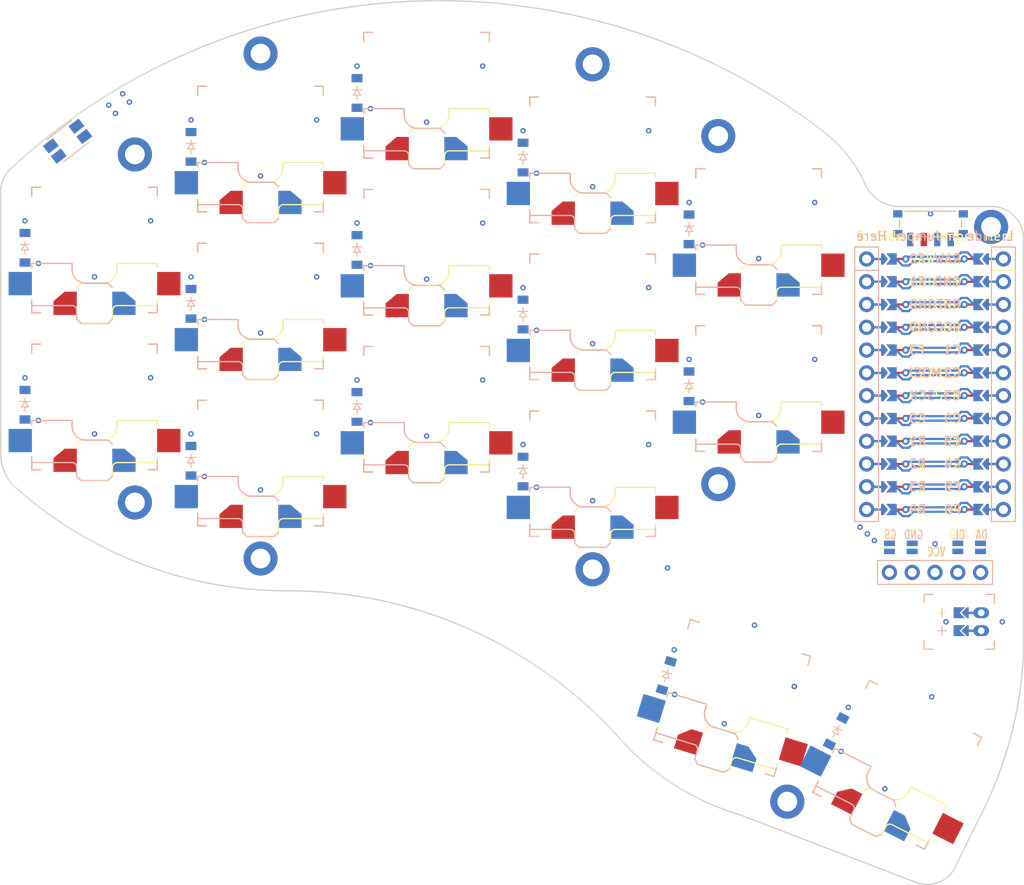
<source format=kicad_pcb>
(kicad_pcb (version 20221018) (generator pcbnew)
  (title_block (title "snak") (rev "0.2.1") (company "JackMatanky"))
  (layers (0 "F.Cu" signal) (31 "B.Cu" signal) (34 "B.Paste" user) (35 "F.Paste" user) (36 "B.SilkS" user "B.Silkscreen") (37 "F.SilkS" user "F.Silkscreen") (38 "B.Mask" user) (39 "F.Mask" user) (44 "Edge.Cuts" user))
  (net 0 "")
  (net 1 "C1")
  (net 2 "pinky_mid")
  (net 3 "pinky_top")
  (net 4 "ring_bot")
  (net 5 "C2")
  (net 6 "ring_mid")
  (net 7 "ring_top")
  (net 8 "middle_bot")
  (net 9 "C3")
  (net 10 "middle_mid")
  (net 11 "middle_top")
  (net 12 "index_bot")
  (net 13 "C4")
  (net 14 "index_mid")
  (net 15 "index_top")
  (net 16 "C5")
  (net 17 "inner_mid")
  (net 18 "inner_top")
  (net 19 "out_home")
  (net 20 "in_home")
  (net 21 "R2")
  (net 22 "R1")
  (net 23 "R3")
  (net 24 "R4")
  (net 25 "RAW")
  (net 26 "GND")
  (net 27 "RST")
  (net 28 "VCC")
  (net 29 "F4")
  (net 30 "F5")
  (net 31 "F6")
  (net 32 "F2")
  (net 33 "F1")
  (net 34 "F3")
  (net 35 "MOSI")
  (net 36 "SCK")
  (net 37 "CS")
  (net 38 "MCU1_24")
  (net 39 "MCU1_1")
  (net 40 "MCU1_23")
  (net 41 "MCU1_2")
  (net 42 "MCU1_22")
  (net 43 "MCU1_3")
  (net 44 "MCU1_21")
  (net 45 "MCU1_4")
  (net 46 "MCU1_20")
  (net 47 "MCU1_5")
  (net 48 "MCU1_19")
  (net 49 "MCU1_6")
  (net 50 "MCU1_18")
  (net 51 "MCU1_7")
  (net 52 "MCU1_17")
  (net 53 "MCU1_8")
  (net 54 "MCU1_16")
  (net 55 "MCU1_9")
  (net 56 "MCU1_15")
  (net 57 "MCU1_10")
  (net 58 "MCU1_14")
  (net 59 "MCU1_11")
  (net 60 "MCU1_13")
  (net 61 "MCU1_12")
  (net 62 "DISP1_1")
  (net 63 "DISP1_2")
  (net 64 "DISP1_4")
  (net 65 "DISP1_5")
  (net 66 "pos")
  (net 67 "JST1_1")
  (net 68 "JST1_2")
  (footprint "ComboDiode" (layer "F.Cu") (at 147.75 89.7 -90)
    (fp_text reference "D9" hide)
    (fp_text value "" hide)
  )
  (footprint "VIA-0.6mm" (layer "F.Cu") (at 193.15 60.9625 90)
    (fp_text reference "REF**" hide)
    (fp_text value "VIA-0.6mm" hide)
  )
  (footprint "VIA-0.6mm" (layer "F.Cu") (at 155.5 92.95)
    (fp_text reference "REF**" hide)
    (fp_text value "VIA-0.6mm" hide)
  )
  (footprint "mounting_hole" (layer "F.Cu") (at 177.191381 126.500257 -17)
    (fp_text reference "H9" hide)
    (fp_text value "")
  )
  (footprint "PG1350" (layer "F.Cu") (at 100 82.5 180)
    (fp_text reference "S1" hide)
    (fp_text value "")
  )
  (footprint "mounting_hole" (layer "F.Cu") (at 104.5 54.35)
    (fp_text reference "H1" hide)
    (fp_text value "")
  )
  (footprint "VIA-0.6mm" (layer "F.Cu") (at 124.75 85.5)
    (fp_text reference "REF**" hide)
    (fp_text value "VIA-0.6mm" hide)
  )
  (footprint "VIA-0.6mm" (layer "F.Cu") (at 124.75 68)
    (fp_text reference "REF**" hide)
    (fp_text value "VIA-0.6mm" hide)
  )
  (footprint "VIA-0.6mm" (layer "F.Cu") (at 174 65.95)
    (fp_text reference "REF**" hide)
    (fp_text value "VIA-0.6mm" hide)
  )
  (footprint "VIA-0.6mm" (layer "F.Cu") (at 193.284288 114.824319 -27)
    (fp_text reference "REF**" hide)
    (fp_text value "VIA-0.6mm" hide)
  )
  (footprint "VIA-0.6mm" (layer "F.Cu") (at 147.75 51.7)
    (fp_text reference "REF**" hide)
    (fp_text value "VIA-0.6mm" hide)
  )
  (footprint "VIA-0.6mm" (layer "F.Cu") (at 129.25 62)
    (fp_text reference "REF**" hide)
    (fp_text value "VIA-0.6mm" hide)
  )
  (footprint "VIA-0.6mm" (layer "F.Cu") (at 112.25 55.25)
    (fp_text reference "REF**" hide)
    (fp_text value "VIA-0.6mm" hide)
  )
  (footprint "VIA-0.6mm" (layer "F.Cu") (at 161.75 86.7)
    (fp_text reference "REF**" hide)
    (fp_text value "VIA-0.6mm" hide)
  )
  (footprint "VIA-0.6mm" (layer "F.Cu") (at 137 85.75)
    (fp_text reference "REF**" hide)
    (fp_text value "VIA-0.6mm" hide)
  )
  (footprint "VIA-0.6mm" (layer "F.Cu") (at 103.137109 47.589196 129)
    (fp_text reference "REF**" hide)
    (fp_text value "VIA-0.6mm" hide)
  )
  (footprint "VIA-0.6mm" (layer "F.Cu") (at 106.25 61.75)
    (fp_text reference "REF**" hide)
    (fp_text value "VIA-0.6mm" hide)
  )
  (footprint "mounting_hole" (layer "F.Cu") (at 118.5 43.1)
    (fp_text reference "H3" hide)
    (fp_text value "")
  )
  (footprint "ComboDiode" (layer "F.Cu") (at 147.75 54.7 -90)
    (fp_text reference "D11" hide)
    (fp_text value "" hide)
  )
  (footprint "JST_PH_S2B-PH-K" (layer "F.Cu") (at 198.8 106.45 -90)
    (fp_text reference "JST1" hide)
    (fp_text value "")
  )
  (footprint "ComboDiode" (layer "F.Cu") (at 110.75 53.5 -90)
    (fp_text reference "D5" hide)
    (fp_text value "" hide)
  )
  (footprint "PG1350" (layer "F.Cu") (at 174 62.95 180)
    (fp_text reference "S13" hide)
    (fp_text value "")
  )
  (footprint "VIA-0.6mm" (layer "F.Cu") (at 106.25 79.25)
    (fp_text reference "REF**" hide)
    (fp_text value "VIA-0.6mm" hide)
  )
  (footprint "VIA-0.6mm" (layer "F.Cu") (at 143.25 79.5)
    (fp_text reference "REF**" hide)
    (fp_text value "VIA-0.6mm" hide)
  )
  (footprint "mounting_hole" (layer "F.Cu") (at 155.5 44.3)
    (fp_text reference "H5" hide)
    (fp_text value "")
  )
  (footprint "VIA-0.6mm" (layer "F.Cu") (at 149.25 73.95)
    (fp_text reference "REF**" hide)
    (fp_text value "VIA-0.6mm" hide)
  )
  (footprint "VIA-0.6mm" (layer "F.Cu") (at 186.1 96.65)
    (fp_text reference "REF**" hide)
    (fp_text value "VIA-0.6mm" hide)
  )
  (footprint "VIA-0.6mm" (layer "F.Cu") (at 118.5 91.75)
    (fp_text reference "REF**" hide)
    (fp_text value "VIA-0.6mm" hide)
  )
  (footprint "VIA-0.6mm" (layer "F.Cu") (at 124.75 50.5)
    (fp_text reference "REF**" hide)
    (fp_text value "VIA-0.6mm" hide)
  )
  (footprint "VIA-0.6mm" (layer "F.Cu") (at 92.25 79.25)
    (fp_text reference "REF**" hide)
    (fp_text value "VIA-0.6mm" hide)
  )
  (footprint "VIA-0.6mm" (layer "F.Cu") (at 183.995537 115.983677 -27)
    (fp_text reference "REF**" hide)
    (fp_text value "VIA-0.6mm" hide)
  )
  (footprint "mounting_hole" (layer "F.Cu") (at 104.5 93.15)
    (fp_text reference "H2" hide)
    (fp_text value "")
  )
  (footprint "PG1350" (layer "F.Cu") (at 155.5 54.95 180)
    (fp_text reference "S11" hide)
    (fp_text value "")
  )
  (footprint "VIA-0.6mm" (layer "F.Cu") (at 149.25 56.45)
    (fp_text reference "REF**" hide)
    (fp_text value "VIA-0.6mm" hide)
  )
  (footprint "ComboDiode" (layer "F.Cu") (at 92.25 64.75 -90)
    (fp_text reference "D2" hide)
    (fp_text value "" hide)
  )
  (footprint "VIA-0.6mm" (layer "F.Cu") (at 103.886 48.514 129)
    (fp_text reference "REF**" hide)
    (fp_text value "VIA-0.6mm" hide)
  )
  (footprint "VIA-0.6mm" (layer "F.Cu") (at 110.75 68)
    (fp_text reference "REF**" hide)
    (fp_text value "VIA-0.6mm" hide)
  )
  (footprint "VIA-0.6mm" (layer "F.Cu") (at 174 83.45)
    (fp_text reference "REF**" hide)
    (fp_text value "VIA-0.6mm" hide)
  )
  (footprint "VIA-0.6mm" (layer "F.Cu") (at 101.582817 48.847837 129)
    (fp_text reference "REF**" hide)
    (fp_text value "VIA-0.6mm" hide)
  )
  (footprint "mounting_hole" (layer "F.Cu") (at 199.9 62.425)
    (fp_text reference "H10" hide)
    (fp_text value "")
  )
  (footprint "VIA-0.6mm" (layer "F.Cu") (at 161.75 69.2)
    (fp_text reference "REF**" hide)
    (fp_text value "VIA-0.6mm" hide)
  )
  (footprint "VIA-0.6mm" (layer "F.Cu") (at 130.75 49.25)
    (fp_text reference "REF**" hide)
    (fp_text value "VIA-0.6mm" hide)
  )
  (footprint "VIA-0.6mm" (layer "F.Cu") (at 100 68)
    (fp_text reference "REF**" hide)
    (fp_text value "VIA-0.6mm" hide)
  )
  (footprint "PG1350" (layer "F.Cu") (at 137 47.75 180)
    (fp_text reference "S8" hide)
    (fp_text value "")
  )
  (footprint "PG1350" (layer "F.Cu") (at 137 82.75 180)
    (fp_text reference "S6" hide)
    (fp_text value "")
  )
  (footprint "ComboDiode" (layer "F.Cu") (at 166.25 80.2 -90)
    (fp_text reference "D12" hide)
    (fp_text value "" hide)
  )
  (footprint "sw_reset_side" (layer "F.Cu") (at 97 52.87 127.5)
    (fp_text reference "SW2" hide)
    (fp_text value "")
  )
  (footprint "VIA-0.6mm" (layer "F.Cu") (at 112.25 90.25)
    (fp_text reference "REF**" hide)
    (fp_text value "VIA-0.6mm" hide)
  )
  (footprint "VIA-0.6mm" (layer "F.Cu") (at 166.25 59.7)
    (fp_text reference "REF**" hide)
    (fp_text value "VIA-0.6mm" hide)
  )
  (footprint "PG1350" (layer "F.Cu") (at 155.5 89.95 180)
    (fp_text reference "S9" hide)
    (fp_text value "")
  )
  (footprint "VIA-0.6mm" (layer "F.Cu") (at 118.5 74.25)
    (fp_text reference "REF**" hide)
    (fp_text value "VIA-0.6mm" hide)
  )
  (footprint "ComboDiode" (layer "F.Cu") (at 166.25 62.7 -90)
    (fp_text reference "D13" hide)
    (fp_text value "" hide)
  )
  (footprint "power_switch" (layer "F.Cu") (at 193.15 62.1 90)
    (fp_text reference "SW1" hide)
    (fp_text value "")
  )
  (footprint "ComboDiode" (layer "F.Cu") (at 129.25 47.5 -90)
    (fp_text reference "D8" hide)
    (fp_text value "" hide)
  )
  (footprint "VIA-0.6mm" (layer "F.Cu") (at 110.75 85.5)
    (fp_text reference "REF**" hide)
    (fp_text value "VIA-0.6mm" hide)
  )
  (footprint "VIA-0.6mm" (layer "F.Cu") (at 170.172885 117.818914 -17)
    (fp_text reference "REF**" hide)
    (fp_text value "VIA-0.6mm" hide)
  )
  (footprint "VIA-0.6mm" (layer "F.Cu") (at 186.9 97.4)
    (fp_text reference "REF**" hide)
    (fp_text value "VIA-0.6mm" hide)
  )
  (footprint "mounting_hole" (layer "F.Cu") (at 118.5 99.4)
    (fp_text reference "H4" hide)
    (fp_text value "")
  )
  (footprint "VIA-0.6mm" (layer "F.Cu") (at 155.5 75.45)
    (fp_text reference "REF**" hide)
    (fp_text value "VIA-0.6mm" hide)
  )
  (footprint "VIA-0.6mm" (layer "F.Cu") (at 155.5 57.95)
    (fp_text reference "REF**" hide)
    (fp_text value "VIA-0.6mm" hide)
  )
  (footprint "ComboDiode" (layer "F.Cu") (at 147.75 72.2 -90)
    (fp_text reference "D10" hide)
    (fp_text value "" hide)
  )
  (footprint "PG1350" (layer "F.Cu") (at 137 65.25 180)
    (fp_text reference "S7" hide)
    (fp_text value "")
  )
  (footprint "PG1350" (layer "F.Cu") (at 118.5 53.75 180)
    (fp_text reference "S5" hide)
    (fp_text value "")
  )
  (footprint "ComboDiode" (layer "F.Cu") (at 110.75 88.5 -90)
    (fp_text reference "D3" hide)
    (fp_text value "" hide)
  )
  (footprint "VIA-0.6mm" (layer "F.Cu") (at 137 68.25)
    (fp_text reference "REF**" hide)
    (fp_text value "VIA-0.6mm" hide)
  )
  (footprint "VIA-0.6mm" (layer "F.Cu") (at 177.977113 113.669333 -17)
    (fp_text reference "REF**" hide)
    (fp_text value "VIA-0.6mm" hide)
  )
  (footprint "mounting_hole" (layer "F.Cu") (at 169.5 52.3)
    (fp_text reference "H7" hide)
    (fp_text value "")
  )
  (footprint "VIA-0.6mm" (layer "F.Cu") (at 167.75 64.45)
    (fp_text reference "REF**" hide)
    (fp_text value "VIA-0.6mm" hide)
  )
  (footprint "mounting_hole" (layer "F.Cu") (at 169.5 91.1)
    (fp_text reference "H8" hide)
    (fp_text value "")
  )
  (footprint "VIA-0.6mm" (layer "F.Cu") (at 173.53516 106.82141 -17)
    (fp_text reference "REF**" hide)
    (fp_text value "VIA-0.6mm" hide)
  )
  (footprint "VIA-0.6mm" (layer "F.Cu") (at 149.25 91.45)
    (fp_text reference "REF**" hide)
    (fp_text value "VIA-0.6mm" hide)
  )
  (footprint "VIA-0.6mm" (layer "F.Cu") (at 130.75 66.75)
    (fp_text reference "REF**" hide)
    (fp_text value "VIA-0.6mm" hide)
  )
  (footprint "VIA-0.6mm" (layer "F.Cu") (at 167.75 81.95)
    (fp_text reference "REF**" hide)
    (fp_text value "VIA-0.6mm" hide)
  )
  (footprint "PG1350" (layer "F.Cu") (at 174 80.45 180)
    (fp_text reference "S12" hide)
    (fp_text value "")
  )
  (footprint "VIA-0.6mm" (layer "F.Cu") (at 147.75 86.7)
    (fp_text reference "REF**" hide)
    (fp_text value "VIA-0.6mm" hide)
  )
  (footprint "ComboDiode" (layer "F.Cu") (at 129.25 65 -90)
    (fp_text reference "D7" hide)
    (fp_text value "" hide)
  )
  (footprint "PG1350" (layer "F.Cu") (at 100 65 180)
    (fp_text reference "S2" hide)
    (fp_text value "")
  )
  (footprint "VIA-0.6mm" (layer "F.Cu") (at 166.25 77.2)
    (fp_text reference "REF**" hide)
    (fp_text value "VIA-0.6mm" hide)
  )
  (footprint "VIA-0.6mm" (layer "F.Cu") (at 164.634538 114.557134 -17)
    (fp_text reference "REF**" hide)
    (fp_text value "VIA-0.6mm" hide)
  )
  (footprint "VIA-0.6mm" (layer "F.Cu") (at 194.875 106.45 -90)
    (fp_text reference "REF**" hide)
    (fp_text value "VIA-0.6mm" hide)
  )
  (footprint "VIA-0.6mm" (layer "F.Cu") (at 129.25 44.5)
    (fp_text reference "REF**" hide)
    (fp_text value "VIA-0.6mm" hide)
  )
  (footprint "nice_nano" (layer "F.Cu") (at 193.65 78.7)
    (fp_text reference "MCU1" hide)
    (fp_text value "")
  )
  (footprint "VIA-0.6mm" (layer "F.Cu") (at 118.5 56.75)
    (fp_text reference "REF**" hide)
    (fp_text value "VIA-0.6mm" hide)
  )
  (footprint "VIA-0.6mm" (layer "F.Cu") (at 163.85 100.45)
    (fp_text reference "REF**" hide)
    (fp_text value "VIA-0.6mm" hide)
  )
  (footprint "VIA-0.6mm" (layer "F.Cu") (at 188.063397 125.070894 -27)
    (fp_text reference "REF**" hide)
    (fp_text value "VIA-0.6mm" hide)
  )
  (footprint "VIA-0.6mm" (layer "F.Cu") (at 92.25 61.75)
    (fp_text reference "REF**" hide)
    (fp_text value "VIA-0.6mm" hide)
  )
  (footprint "VIA-0.6mm" (layer "F.Cu") (at 183.175592 120.896944 -27)
    (fp_text reference "REF**" hide)
    (fp_text value "VIA-0.6mm" hide)
  )
  (footprint "VIA-0.6mm" (layer "F.Cu") (at 201.15 106.45 -90)
    (fp_text reference "REF**" hide)
    (fp_text value "VIA-0.6mm" hide)
  )
  (footprint "VIA-0.6mm" (layer "F.Cu") (at 143.25 62)
    (fp_text reference "REF**" hide)
    (fp_text value "VIA-0.6mm" hide)
  )
  (footprint "VIA-0.6mm" (layer "F.Cu") (at 185.3 95.9)
    (fp_text reference "REF**" hide)
    (fp_text value "VIA-0.6mm" hide)
  )
  (footprint "VIA-0.6mm" (layer "F.Cu") (at 147.75 69.2)
    (fp_text reference "REF**" hide)
    (fp_text value "VIA-0.6mm" hide)
  )
  (footprint "VIA-0.6mm" (layer "F.Cu") (at 143.25 44.5)
    (fp_text reference "REF**" hide)
    (fp_text value "VIA-0.6mm" hide)
  )
  (footprint "VIA-0.6mm" (layer "F.Cu") (at 193.65 97.75)
    (fp_text reference "REF**" hide)
    (fp_text value "VIA-0.6mm" hide)
  )
  (footprint "nice!view" (layer "F.Cu") (at 193.65 84.25)
    (fp_text reference "DISP1" hide)
    (fp_text value "")
  )
  (footprint "VIA-0.6mm" (layer "F.Cu") (at 110.75 50.5)
    (fp_text reference "REF**" hide)
    (fp_text value "VIA-0.6mm" hide)
  )
  (footprint "ComboDiode" (layer "F.Cu") (at 163.711731 112.445043 -107)
    (fp_text reference "D14" hide)
    (fp_text value "" hide)
  )
  (footprint "VIA-0.6mm" (layer "F.Cu") (at 93.75 84)
    (fp_text reference "REF**" hide)
    (fp_text value "VIA-0.6mm" hide)
  )
  (footprint "VIA-0.6mm" (layer "F.Cu") (at 130.75 84.25)
    (fp_text reference "REF**" hide)
    (fp_text value "VIA-0.6mm" hide)
  )
  (footprint "PG1350" (layer "F.Cu") (at 118.5 88.75 180)
    (fp_text reference "S3" hide)
    (fp_text value "")
  )
  (footprint "VIA-0.6mm" (layer "F.Cu") (at 164.588846 109.576129 -17)
    (fp_text reference "REF**" hide)
    (fp_text value "VIA-0.6mm" hide)
  )
  (footprint "VIA-0.6mm" (layer "F.Cu") (at 137 50.75)
    (fp_text reference "REF**" hide)
    (fp_text value "VIA-0.6mm" hide)
  )
  (footprint "ComboDiode" (layer "F.Cu") (at 129.25 82.5 -90)
    (fp_text reference "D6" hide)
    (fp_text value "" hide)
  )
  (footprint "VIA-0.6mm" (layer "F.Cu") (at 102.331708 49.77264 129)
    (fp_text reference "REF**" hide)
    (fp_text value "VIA-0.6mm" hide)
  )
  (footprint "ComboDiode" (layer "F.Cu") (at 92.25 82.25 -90)
    (fp_text reference "D1" hide)
    (fp_text value "" hide)
  )
  (footprint "ComboDiode" (layer "F.Cu") (at 110.75 71 -90)
    (fp_text reference "D4" hide)
    (fp_text value "" hide)
  )
  (footprint "PG1350" (layer "F.Cu") (at 155.5 72.45 180)
    (fp_text reference "S10" hide)
    (fp_text value "")
  )
  (footprint "VIA-0.6mm" (layer "F.Cu") (at 100 85.5)
    (fp_text reference "REF**" hide)
    (fp_text value "VIA-0.6mm" hide)
  )
  (footprint "VIA-0.6mm" (layer "F.Cu") (at 112.25 72.75)
    (fp_text reference "REF**" hide)
    (fp_text value "VIA-0.6mm" hide)
  )
  (footprint "PG1350" (layer "F.Cu") (at 189.425368 122.397875 153)
    (fp_text reference "S15" hide)
    (fp_text value "")
  )
  (footprint "VIA-0.6mm" (layer "F.Cu") (at 180.25 59.7)
    (fp_text reference "REF**" hide)
    (fp_text value "VIA-0.6mm" hide)
  )
  (footprint "PG1350" (layer "F.Cu") (at 118.5 71.25 180)
    (fp_text reference "S4" hide)
    (fp_text value "")
  )
  (footprint "VIA-0.6mm" (layer "F.Cu") (at 93.75 66.5)
    (fp_text reference "REF**" hide)
    (fp_text value "VIA-0.6mm" hide)
  )
  (footprint "mounting_hole" (layer "F.Cu") (at 155.5 100.6)
    (fp_text reference "H6" hide)
    (fp_text value "")
  )
  (footprint "VIA-0.6mm" (layer "F.Cu") (at 180.25 77.2)
    (fp_text reference "REF**" hide)
    (fp_text value "VIA-0.6mm" hide)
  )
  (footprint "ComboDiode" (layer "F.Cu") (at 182.633566 118.656697 -117)
    (fp_text reference "D15" hide)
    (fp_text value "" hide)
  )
  (footprint "PG1350" (layer "F.Cu") (at 171.05 114.95 163)
    (fp_text reference "S14" hide)
    (fp_text value "")
  )
  (footprint "VIA-0.6mm" (layer "F.Cu") (at 129.25 79.5)
    (fp_text reference "REF**" hide)
    (fp_text value "VIA-0.6mm" hide)
  )
  (footprint "VIA-0.6mm" (layer "F.Cu") (at 161.75 51.7)
    (fp_text reference "REF**" hide)
    (fp_text value "VIA-0.6mm" hide)
  )
  (gr_arc (start 172 128) (mid 164.97339 124.855741) (end 159 120) (stroke (width 0.15)) (layer "Edge.Cuts"))
  (gr_line (start 198.6 128.3) (end 195.9 133.8) (stroke (width 0.15)) (layer "Edge.Cuts"))
  (gr_arc (start 189.5 60.15) (mid 187.263797 59.364226) (end 185.8 57.5) (stroke (width 0.15)) (layer "Edge.Cuts"))
  (gr_line (start 89.55 88) (end 89.55 58.7) (stroke (width 0.15)) (layer "Edge.Cuts"))
  (gr_line (start 189.5 60.15) (end 200 60.15) (stroke (width 0.15)) (layer "Edge.Cuts"))
  (gr_arc (start 89.55 58.7) (mid 89.780852 57.235609) (end 90.6 56) (stroke (width 0.15)) (layer "Edge.Cuts"))
  (gr_arc (start 203.5 110) (mid 202.052088 119.418319) (end 198.6 128.3) (stroke (width 0.15)) (layer "Edge.Cuts"))
  (gr_line (start 203.5 63.7) (end 203.5 110) (stroke (width 0.15)) (layer "Edge.Cuts"))
  (gr_arc (start 91 91.3) (mid 89.98406 89.777837) (end 89.55 88) (stroke (width 0.15)) (layer "Edge.Cuts"))
  (gr_arc (start 195.9 133.8) (mid 194.031815 135.508815) (end 191.5 135.5) (stroke (width 0.15)) (layer "Edge.Cuts"))
  (gr_arc (start 200 60.15) (mid 202.485523 61.199837) (end 203.5 63.7) (stroke (width 0.15)) (layer "Edge.Cuts"))
  (gr_arc (start 181.6 52.1) (mid 183.995505 54.570163) (end 185.8 57.5) (stroke (width 0.15)) (layer "Edge.Cuts"))
  (gr_arc (start 90.6 56) (mid 135.380905 37.271116) (end 181.6 52.1) (stroke (width 0.15)) (layer "Edge.Cuts"))
  (gr_line (start 191.5 135.5) (end 172 128) (stroke (width 0.15)) (layer "Edge.Cuts"))
  (gr_arc (start 122 103) (mid 105.398912 100.067413) (end 91 91.3) (stroke (width 0.15)) (layer "Edge.Cuts"))
  (gr_arc (start 122 103) (mid 142.325339 107.527204) (end 159 120) (stroke (width 0.15)) (layer "Edge.Cuts"))
  (segment (start 198.43 76.16) (end 196.91 76.16) (width 0.25) (layer "F.Cu") (net 1))
  (segment (start 191.11 76.51) (end 191.11 76.5) (width 0.25) (layer "B.Cu") (net 1))
  (segment (start 190.04 76.89) (end 190.74 76.89) (width 0.25) (layer "B.Cu") (net 1))
  (segment (start 190.74 76.89) (end 191.11 76.51) (width 0.25) (layer "B.Cu") (net 1))
  (segment (start 189.31 76.16) (end 190.04 76.89) (width 0.25) (layer "B.Cu") (net 1))
  (segment (start 191.2 76.41) (end 196.66 76.41) (width 0.25) (layer "B.Cu") (net 1))
  (segment (start 191.11 76.5) (end 191.2 76.41) (width 0.25) (layer "B.Cu") (net 1))
  (segment (start 196.66 76.41) (end 196.91 76.16) (width 0.25) (layer "B.Cu") (net 1))
  (segment (start 188.88 76.16) (end 189.31 76.16) (width 0.25) (layer "B.Cu") (net 1))
  (segment (start 198.43 78.7) (end 196.91 78.7) (width 0.25) (layer "F.Cu") (net 5))
  (segment (start 189.31 78.7) (end 190.04 79.43) (width 0.25) (layer "B.Cu") (net 5))
  (segment (start 191.2 78.95) (end 196.66 78.95) (width 0.25) (layer "B.Cu") (net 5))
  (segment (start 190.04 79.43) (end 190.74 79.43) (width 0.25) (layer "B.Cu") (net 5))
  (segment (start 191.11 79.05) (end 191.11 79.04) (width 0.25) (layer "B.Cu") (net 5))
  (segment (start 196.66 78.95) (end 196.91 78.7) (width 0.25) (layer "B.Cu") (net 5))
  (segment (start 188.88 78.7) (end 189.31 78.7) (width 0.25) (layer "B.Cu") (net 5))
  (segment (start 190.74 79.43) (end 191.11 79.05) (width 0.25) (layer "B.Cu") (net 5))
  (segment (start 191.11 79.04) (end 191.2 78.95) (width 0.25) (layer "B.Cu") (net 5))
  (segment (start 198.43 81.24) (end 196.91 81.24) (width 0.25) (layer "F.Cu") (net 9))
  (segment (start 189.31 81.24) (end 190.04 81.97) (width 0.25) (layer "B.Cu") (net 9))
  (segment (start 188.88 81.24) (end 189.31 81.24) (width 0.25) (layer "B.Cu") (net 9))
  (segment (start 190.74 81.97) (end 191.11 81.59) (width 0.25) (layer "B.Cu") (net 9))
  (segment (start 196.66 81.49) (end 196.91 81.24) (width 0.25) (layer "B.Cu") (net 9))
  (segment (start 191.2 81.49) (end 196.66 81.49) (width 0.25) (layer "B.Cu") (net 9))
  (segment (start 191.11 81.59) (end 191.11 81.58) (width 0.25) (layer "B.Cu") (net 9))
  (segment (start 190.04 81.97) (end 190.74 81.97) (width 0.25) (layer "B.Cu") (net 9))
  (segment (start 191.11 81.58) (end 191.2 81.49) (width 0.25) (layer "B.Cu") (net 9))
  (segment (start 198.43 83.78) (end 196.91 83.78) (width 0.25) (layer "F.Cu") (net 13))
  (segment (start 191.11 84.12) (end 191.2 84.03) (width 0.25) (layer "B.Cu") (net 13))
  (segment (start 191.11 84.13) (end 191.11 84.12) (width 0.25) (layer "B.Cu") (net 13))
  (segment (start 190.74 84.51) (end 191.11 84.13) (width 0.25) (layer "B.Cu") (net 13))
  (segment (start 188.88 83.78) (end 189.31 83.78) (width 0.25) (layer "B.Cu") (net 13))
  (segment (start 190.04 84.51) (end 190.74 84.51) (width 0.25) (layer "B.Cu") (net 13))
  (segment (start 189.31 83.78) (end 190.04 84.51) (width 0.25) (layer "B.Cu") (net 13))
  (segment (start 191.2 84.03) (end 196.66 84.03) (width 0.25) (layer "B.Cu") (net 13))
  (segment (start 196.66 84.03) (end 196.91 83.78) (width 0.25) (layer "B.Cu") (net 13))
  (segment (start 198.43 86.32) (end 196.91 86.32) (width 0.25) (layer "F.Cu") (net 16))
  (segment (start 189.31 86.32) (end 190.04 87.05) (width 0.25) (layer "B.Cu") (net 16))
  (segment (start 190.74 87.05) (end 191.11 86.67) (width 0.25) (layer "B.Cu") (net 16))
  (segment (start 188.88 86.32) (end 189.31 86.32) (width 0.25) (layer "B.Cu") (net 16))
  (segment (start 190.04 87.05) (end 190.74 87.05) (width 0.25) (layer "B.Cu") (net 16))
  (segment (start 191.11 86.67) (end 191.11 86.66) (width 0.25) (layer "B.Cu") (net 16))
  (segment (start 196.66 86.57) (end 196.91 86.32) (width 0.25) (layer "B.Cu") (net 16))
  (segment (start 191.2 86.57) (end 196.66 86.57) (width 0.25) (layer "B.Cu") (net 16))
  (segment (start 191.11 86.66) (end 191.2 86.57) (width 0.25) (layer "B.Cu") (net 16))
  (segment (start 188.88 88.86) (end 190.39 88.86) (width 0.25) (layer "F.Cu") (net 21))
  (segment (start 196.56 88.13) (end 196.09 88.61) (width 0.25) (layer "B.Cu") (net 21))
  (segment (start 196.09 88.61) (end 190.64 88.61) (width 0.25) (layer "B.Cu") (net 21))
  (segment (start 197.99 88.86) (end 197.26 88.13) (width 0.25) (layer "B.Cu") (net 21))
  (segment (start 198.43 88.86) (end 197.99 88.86) (width 0.25) (layer "B.Cu") (net 21))
  (segment (start 190.64 88.61) (end 190.39 88.86) (width 0.25) (layer "B.Cu") (net 21))
  (segment (start 197.26 88.13) (end 196.56 88.13) (width 0.25) (layer "B.Cu") (net 21))
  (segment (start 188.88 86.32) (end 190.39 86.32) (width 0.25) (layer "F.Cu") (net 22))
  (segment (start 197.26 85.59) (end 196.56 85.59) (width 0.25) (layer "B.Cu") (net 22))
  (segment (start 198.43 86.32) (end 197.99 86.32) (width 0.25) (layer "B.Cu") (net 22))
  (segment (start 190.64 86.07) (end 190.39 86.32) (width 0.25) (layer "B.Cu") (net 22))
  (segment (start 196.56 85.59) (end 196.09 86.07) (width 0.25) (layer "B.Cu") (net 22))
  (segment (start 197.99 86.32) (end 197.26 85.59) (width 0.25) (layer "B.Cu") (net 22))
  (segment (start 196.09 86.07) (end 190.64 86.07) (width 0.25) (layer "B.Cu") (net 22))
  (segment (start 188.88 91.4) (end 190.39 91.4) (width 0.25) (layer "F.Cu") (net 23))
  (segment (start 190.64 91.15) (end 190.39 91.4) (width 0.25) (layer "B.Cu") (net 23))
  (segment (start 198.43 91.4) (end 197.99 91.4) (width 0.25) (layer "B.Cu") (net 23))
  (segment (start 196.56 90.67) (end 196.09 91.15) (width 0.25) (layer "B.Cu") (net 23))
  (segment (start 196.09 91.15) (end 190.64 91.15) (width 0.25) (layer "B.Cu") (net 23))
  (segment (start 197.99 91.4) (end 197.26 90.67) (width 0.25) (layer "B.Cu") (net 23))
  (segment (start 197.26 90.67) (end 196.56 90.67) (width 0.25) (layer "B.Cu") (net 23))
  (segment (start 188.88 93.94) (end 190.39 93.94) (width 0.25) (layer "F.Cu") (net 24))
  (segment (start 196.56 93.21) (end 196.09 93.69) (width 0.25) (layer "B.Cu") (net 24))
  (segment (start 196.09 93.69) (end 190.64 93.69) (width 0.25) (layer "B.Cu") (net 24))
  (segment (start 197.99 93.94) (end 197.26 93.21) (width 0.25) (layer "B.Cu") (net 24))
  (segment (start 198.43 93.94) (end 197.99 93.94) (width 0.25) (layer "B.Cu") (net 24))
  (segment (start 190.64 93.69) (end 190.39 93.94) (width 0.25) (layer "B.Cu") (net 24))
  (segment (start 197.26 93.21) (end 196.56 93.21) (width 0.25) (layer "B.Cu") (net 24))
  (segment (start 198.43 66) (end 196.91 66) (width 0.25) (layer "F.Cu") (net 25))
  (segment (start 190.04 66.73) (end 190.74 66.73) (width 0.25) (layer "B.Cu") (net 25))
  (segment (start 196.66 66.25) (end 196.91 66) (width 0.25) (layer "B.Cu") (net 25))
  (segment (start 190.74 66.73) (end 191.11 66.35) (width 0.25) (layer "B.Cu") (net 25))
  (segment (start 191.11 66.34) (end 191.2 66.25) (width 0.25) (layer "B.Cu") (net 25))
  (segment (start 189.31 66) (end 190.04 66.73) (width 0.25) (layer "B.Cu") (net 25))
  (segment (start 188.88 66) (end 189.31 66) (width 0.25) (layer "B.Cu") (net 25))
  (segment (start 191.11 66.35) (end 191.11 66.34) (width 0.25) (layer "B.Cu") (net 25))
  (segment (start 191.2 66.25) (end 196.66 66.25) (width 0.25) (layer "B.Cu") (net 25))
  (segment (start 188.88 71.08) (end 190.39 71.08) (width 0.25) (layer "F.Cu") (net 26))
  (segment (start 198.43 68.54) (end 196.91 68.54) (width 0.25) (layer "F.Cu") (net 26))
  (segment (start 188.88 73.62) (end 190.39 73.62) (width 0.25) (layer "F.Cu") (net 26))
  (segment (start 198.43 73.62) (end 197.99 73.62) (width 0.25) (layer "B.Cu") (net 26))
  (segment (start 190.64 73.37) (end 190.39 73.62) (width 0.25) (layer "B.Cu") (net 26))
  (segment (start 197.99 71.08) (end 197.26 70.35) (width 0.25) (layer "B.Cu") (net 26))
  (segment (start 196.56 72.89) (end 196.09 73.37) (width 0.25) (layer "B.Cu") (net 26))
  (segment (start 190.64 70.83) (end 190.39 71.08) (width 0.25) (layer "B.Cu") (net 26))
  (segment (start 196.09 70.83) (end 190.64 70.83) (width 0.25) (layer "B.Cu") (net 26))
  (segment (start 189.31 68.54) (end 190.04 69.27) (width 0.25) (layer "B.Cu") (net 26))
  (segment (start 191.11 68.89) (end 191.11 68.88) (width 0.25) (layer "B.Cu") (net 26))
  (segment (start 197.99 73.62) (end 197.26 72.89) (width 0.25) (layer "B.Cu") (net 26))
  (segment (start 196.09 73.37) (end 190.64 73.37) (width 0.25) (layer "B.Cu") (net 26))
  (segment (start 191.2 68.79) (end 196.66 68.79) (width 0.25) (layer "B.Cu") (net 26))
  (segment (start 191.11 68.88) (end 191.2 68.79) (width 0.25) (layer "B.Cu") (net 26))
  (segment (start 197.26 70.35) (end 196.56 70.35) (width 0.25) (layer "B.Cu") (net 26))
  (segment (start 188.88 68.54) (end 189.31 68.54) (width 0.25) (layer "B.Cu") (net 26))
  (segment (start 190.74 69.27) (end 191.11 68.89) (width 0.25) (layer "B.Cu") (net 26))
  (segment (start 190.04 69.27) (end 190.74 69.27) (width 0.25) (layer "B.Cu") (net 26))
  (segment (start 198.43 71.08) (end 197.99 71.08) (width 0.25) (layer "B.Cu") (net 26))
  (segment (start 196.66 68.79) (end 196.91 68.54) (width 0.25) (layer "B.Cu") (net 26))
  (segment (start 197.26 72.89) (end 196.56 72.89) (width 0.25) (layer "B.Cu") (net 26))
  (segment (start 196.56 70.35) (end 196.09 70.83) (width 0.25) (layer "B.Cu") (net 26))
  (segment (start 198.43 71.08) (end 196.91 71.08) (width 0.25) (layer "F.Cu") (net 27))
  (segment (start 191.2 71.33) (end 196.66 71.33) (width 0.25) (layer "B.Cu") (net 27))
  (segment (start 196.66 71.33) (end 196.91 71.08) (width 0.25) (layer "B.Cu") (net 27))
  (segment (start 188.88 71.08) (end 189.31 71.08) (width 0.25) (layer "B.Cu") (net 27))
  (segment (start 191.11 71.43) (end 191.11 71.42) (width 0.25) (layer "B.Cu") (net 27))
  (segment (start 190.74 71.81) (end 191.11 71.43) (width 0.25) (layer "B.Cu") (net 27))
  (segment (start 189.31 71.08) (end 190.04 71.81) (width 0.25) (layer "B.Cu") (net 27))
  (segment (start 191.11 71.42) (end 191.2 71.33) (width 0.25) (layer "B.Cu") (net 27))
  (segment (start 190.04 71.81) (end 190.74 71.81) (width 0.25) (layer "B.Cu") (net 27))
  (segment (start 198.43 73.62) (end 196.91 73.62) (width 0.25) (layer "F.Cu") (net 28))
  (segment (start 191.11 73.97) (end 191.11 73.96) (width 0.25) (layer "B.Cu") (net 28))
  (segment (start 196.66 73.87) (end 196.91 73.62) (width 0.25) (layer "B.Cu") (net 28))
  (segment (start 189.31 73.62) (end 190.04 74.35) (width 0.25) (layer "B.Cu") (net 28))
  (segment (start 191.11 73.96) (end 191.2 73.87) (width 0.25) (layer "B.Cu") (net 28))
  (segment (start 190.04 74.35) (end 190.74 74.35) (width 0.25) (layer "B.Cu") (net 28))
  (segment (start 191.2 73.87) (end 196.66 73.87) (width 0.25) (layer "B.Cu") (net 28))
  (segment (start 190.74 74.35) (end 191.11 73.97) (width 0.25) (layer "B.Cu") (net 28))
  (segment (start 188.88 73.62) (end 189.31 73.62) (width 0.25) (layer "B.Cu") (net 28))
  (segment (start 198.43 88.86) (end 196.91 88.86) (width 0.25) (layer "F.Cu") (net 29))
  (segment (start 191.2 89.11) (end 196.66 89.11) (width 0.25) (layer "B.Cu") (net 29))
  (segment (start 190.74 89.59) (end 191.11 89.21) (width 0.25) (layer "B.Cu") (net 29))
  (segment (start 190.04 89.59) (end 190.74 89.59) (width 0.25) (layer "B.Cu") (net 29))
  (segment (start 188.88 88.86) (end 189.31 88.86) (width 0.25) (layer "B.Cu") (net 29))
  (segment (start 191.11 89.2) (end 191.2 89.11) (width 0.25) (layer "B.Cu") (net 29))
  (segment (start 196.66 89.11) (end 196.91 88.86) (width 0.25) (layer "B.Cu") (net 29))
  (segment (start 189.31 88.86) (end 190.04 89.59) (width 0.25) (layer "B.Cu") (net 29))
  (segment (start 191.11 89.21) (end 191.11 89.2) (width 0.25) (layer "B.Cu") (net 29))
  (segment (start 198.43 91.4) (end 196.91 91.4) (width 0.25) (layer "F.Cu") (net 30))
  (segment (start 191.2 91.65) (end 196.66 91.65) (width 0.25) (layer "B.Cu") (net 30))
  (segment (start 190.74 92.13) (end 191.11 91.75) (width 0.25) (layer "B.Cu") (net 30))
  (segment (start 190.04 92.13) (end 190.74 92.13) (width 0.25) (layer "B.Cu") (net 30))
  (segment (start 188.88 91.4) (end 189.31 91.4) (width 0.25) (layer "B.Cu") (net 30))
  (segment (start 189.31 91.4) (end 190.04 92.13) (width 0.25) (layer "B.Cu") (net 30))
  (segment (start 191.11 91.75) (end 191.11 91.74) (width 0.25) (layer "B.Cu") (net 30))
  (segment (start 191.11 91.74) (end 191.2 91.65) (width 0.25) (layer "B.Cu") (net 30))
  (segment (start 196.66 91.65) (end 196.91 91.4) (width 0.25) (layer "B.Cu") (net 30))
  (segment (start 198.43 93.94) (end 196.91 93.94) (width 0.25) (layer "F.Cu") (net 31))
  (segment (start 190.04 94.67) (end 190.74 94.67) (width 0.25) (layer "B.Cu") (net 31))
  (segment (start 191.11 94.28) (end 191.2 94.19) (width 0.25) (layer "B.Cu") (net 31))
  (segment (start 188.88 93.94) (end 189.31 93.94) (width 0.25) (layer "B.Cu") (net 31))
  (segment (start 190.74 94.67) (end 191.11 94.29) (width 0.25) (layer "B.Cu") (net 31))
  (segment (start 191.11 94.29) (end 191.11 94.28) (width 0.25) (layer "B.Cu") (net 31))
  (segment (start 189.31 93.94) (end 190.04 94.67) (width 0.25) (layer "B.Cu") (net 31))
  (segment (start 196.66 94.19) (end 196.91 93.94) (width 0.25) (layer "B.Cu") (net 31))
  (segment (start 191.2 94.19) (end 196.66 94.19) (width 0.25) (layer "B.Cu") (net 31))
  (segment (start 188.88 66) (end 190.39 66) (width 0.25) (layer "F.Cu") (net 32))
  (segment (start 198.43 66) (end 197.99 66) (width 0.25) (layer "B.Cu") (net 32))
  (segment (start 196.09 65.75) (end 190.64 65.75) (width 0.25) (layer "B.Cu") (net 32))
  (segment (start 197.26 65.27) (end 196.56 65.27) (width 0.25) (layer "B.Cu") (net 32))
  (segment (start 190.64 65.75) (end 190.39 66) (width 0.25) (layer "B.Cu") (net 32))
  (segment (start 197.99 66) (end 197.26 65.27) (width 0.25) (layer "B.Cu") (net 32))
  (segment (start 196.56 65.27) (end 196.09 65.75) (width 0.25) (layer "B.Cu") (net 32))
  (segment (start 188.88 68.54) (end 190.39 68.54) (width 0.25) (layer "F.Cu") (net 33))
  (segment (start 198.43 68.54) (end 197.99 68.54) (width 0.25) (layer "B.Cu") (net 33))
  (segment (start 196.56 67.81) (end 196.09 68.29) (width 0.25) (layer "B.Cu") (net 33))
  (segment (start 190.64 68.29) (end 190.39 68.54) (width 0.25) (layer "B.Cu") (net 33))
  (segment (start 197.99 68.54) (end 197.26 67.81) (width 0.25) (layer "B.Cu") (net 33))
  (segment (start 197.26 67.81) (end 196.56 67.81) (width 0.25) (layer "B.Cu") (net 33))
  (segment (start 196.09 68.29) (end 190.64 68.29) (width 0.25) (layer "B.Cu") (net 33))
  (segment (start 188.88 76.16) (end 190.39 76.16) (width 0.25) (layer "F.Cu") (net 34))
  (segment (start 197.26 75.43) (end 196.56 75.43) (width 0.25) (layer "B.Cu") (net 34))
  (segment (start 196.09 75.91) (end 190.64 75.91) (width 0.25) (layer "B.Cu") (net 34))
  (segment (start 196.56 75.43) (end 196.09 75.91) (width 0.25) (layer "B.Cu") (net 34))
  (segment (start 198.43 76.16) (end 197.99 76.16) (width 0.25) (layer "B.Cu") (net 34))
  (segment (start 190.64 75.91) (end 190.39 76.16) (width 0.25) (layer "B.Cu") (net 34))
  (segment (start 197.99 76.16) (end 197.26 75.43) (width 0.25) (layer "B.Cu") (net 34))
  (segment (start 188.88 78.7) (end 190.39 78.7) (width 0.25) (layer "F.Cu") (net 35))
  (segment (start 197.99 78.7) (end 197.26 77.97) (width 0.25) (layer "B.Cu") (net 35))
  (segment (start 198.43 78.7) (end 197.99 78.7) (width 0.25) (layer "B.Cu") (net 35))
  (segment (start 190.64 78.45) (end 190.39 78.7) (width 0.25) (layer "B.Cu") (net 35))
  (segment (start 197.26 77.97) (end 196.56 77.97) (width 0.25) (layer "B.Cu") (net 35))
  (segment (start 196.09 78.45) (end 190.64 78.45) (width 0.25) (layer "B.Cu") (net 35))
  (segment (start 196.56 77.97) (end 196.09 78.45) (width 0.25) (layer "B.Cu") (net 35))
  (segment (start 188.88 81.24) (end 190.39 81.24) (width 0.25) (layer "F.Cu") (net 36))
  (segment (start 190.64 80.99) (end 190.39 81.24) (width 0.25) (layer "B.Cu") (net 36))
  (segment (start 196.09 80.99) (end 190.64 80.99) (width 0.25) (layer "B.Cu") (net 36))
  (segment (start 196.56 80.51) (end 196.09 80.99) (width 0.25) (layer "B.Cu") (net 36))
  (segment (start 198.43 81.24) (end 197.99 81.24) (width 0.25) (layer "B.Cu") (net 36))
  (segment (start 197.26 80.51) (end 196.56 80.51) (width 0.25) (layer "B.Cu") (net 36))
  (segment (start 197.99 81.24) (end 197.26 80.51) (width 0.25) (layer "B.Cu") (net 36))
  (segment (start 188.88 83.78) (end 190.39 83.78) (width 0.25) (layer "F.Cu") (net 37))
  (segment (start 198.43 83.78) (end 197.99 83.78) (width 0.25) (layer "B.Cu") (net 37))
  (segment (start 196.56 83.05) (end 196.09 83.53) (width 0.25) (layer "B.Cu") (net 37))
  (segment (start 197.26 83.05) (end 196.56 83.05) (width 0.25) (layer "B.Cu") (net 37))
  (segment (start 196.09 83.53) (end 190.64 83.53) (width 0.25) (layer "B.Cu") (net 37))
  (segment (start 190.64 83.53) (end 190.39 83.78) (width 0.25) (layer "B.Cu") (net 37))
  (segment (start 197.99 83.78) (end 197.26 83.05) (width 0.25) (layer "B.Cu") (net 37))
  (segment (start 186.03 66) (end 188.15 66) (width 0.25) (layer "F.Cu") (net 38))
  (segment (start 186.03 66) (end 188.15 66) (width 0.25) (layer "B.Cu") (net 38))
  (segment (start 199.15 66) (end 201.27 66) (width 0.25) (layer "F.Cu") (net 39))
  (segment (start 201.27 66) (end 199.15 66) (width 0.25) (layer "B.Cu") (net 39))
  (segment (start 186.03 68.54) (end 188.15 68.54) (width 0.25) (layer "F.Cu") (net 40))
  (segment (start 186.03 68.54) (end 188.15 68.54) (width 0.25) (layer "B.Cu") (net 40))
  (segment (start 199.15 68.54) (end 201.27 68.54) (width 0.25) (layer "F.Cu") (net 41))
  (segment (start 201.27 68.54) (end 199.15 68.54) (width 0.25) (layer "B.Cu") (net 41))
  (segment (start 186.03 71.08) (end 188.15 71.08) (width 0.25) (layer "F.Cu") (net 42))
  (segment (start 186.03 71.08) (end 188.15 71.08) (width 0.25) (layer "B.Cu") (net 42))
  (segment (start 199.15 71.08) (end 201.27 71.08) (width 0.25) (layer "F.Cu") (net 43))
  (segment (start 201.27 71.08) (end 199.15 71.08) (width 0.25) (layer "B.Cu") (net 43))
  (segment (start 186.03 73.62) (end 188.15 73.62) (width 0.25) (layer "F.Cu") (net 44))
  (segment (start 186.03 73.62) (end 188.15 73.62) (width 0.25) (layer "B.Cu") (net 44))
  (segment (start 199.15 73.62) (end 201.27 73.62) (width 0.25) (layer "F.Cu") (net 45))
  (segment (start 201.27 73.62) (end 199.15 73.62) (width 0.25) (layer "B.Cu") (net 45))
  (segment (start 186.03 76.16) (end 188.15 76.16) (width 0.25) (layer "F.Cu") (net 46))
  (segment (start 186.03 76.16) (end 188.15 76.16) (width 0.25) (layer "B.Cu") (net 46))
  (segment (start 199.15 76.16) (end 201.27 76.16) (width 0.25) (layer "F.Cu") (net 47))
  (segment (start 201.27 76.16) (end 199.15 76.16) (width 0.25) (layer "B.Cu") (net 47))
  (segment (start 186.03 78.7) (end 188.15 78.7) (width 0.25) (layer "F.Cu") (net 48))
  (segment (start 186.03 78.7) (end 188.15 78.7) (width 0.25) (layer "B.Cu") (net 48))
  (segment (start 199.15 78.7) (end 201.27 78.7) (width 0.25) (layer "F.Cu") (net 49))
  (segment (start 201.27 78.7) (end 199.15 78.7) (width 0.25) (layer "B.Cu") (net 49))
  (segment (start 186.03 81.24) (end 188.15 81.24) (width 0.25) (layer "F.Cu") (net 50))
  (segment (start 186.03 81.24) (end 188.15 81.24) (width 0.25) (layer "B.Cu") (net 50))
  (segment (start 199.15 81.24) (end 201.27 81.24) (width 0.25) (layer "F.Cu") (net 51))
  (segment (start 201.27 81.24) (end 199.15 81.24) (width 0.25) (layer "B.Cu") (net 51))
  (segment (start 186.03 83.78) (end 188.15 83.78) (width 0.25) (layer "F.Cu") (net 52))
  (segment (start 186.03 83.78) (end 188.15 83.78) (width 0.25) (layer "B.Cu") (net 52))
  (segment (start 199.15 83.78) (end 201.27 83.78) (width 0.25) (layer "F.Cu") (net 53))
  (segment (start 201.27 83.78) (end 199.15 83.78) (width 0.25) (layer "B.Cu") (net 53))
  (segment (start 186.03 86.32) (end 188.15 86.32) (width 0.25) (layer "F.Cu") (net 54))
  (segment (start 186.03 86.32) (end 188.15 86.32) (width 0.25) (layer "B.Cu") (net 54))
  (segment (start 199.15 86.32) (end 201.27 86.32) (width 0.25) (layer "F.Cu") (net 55))
  (segment (start 201.27 86.32) (end 199.15 86.32) (width 0.25) (layer "B.Cu") (net 55))
  (segment (start 186.03 88.86) (end 188.15 88.86) (width 0.25) (layer "F.Cu") (net 56))
  (segment (start 186.03 88.86) (end 188.15 88.86) (width 0.25) (layer "B.Cu") (net 56))
  (segment (start 199.15 88.86) (end 201.27 88.86) (width 0.25) (layer "F.Cu") (net 57))
  (segment (start 201.27 88.86) (end 199.15 88.86) (width 0.25) (layer "B.Cu") (net 57))
  (segment (start 186.03 91.4) (end 188.15 91.4) (width 0.25) (layer "F.Cu") (net 58))
  (segment (start 186.03 91.4) (end 188.15 91.4) (width 0.25) (layer "B.Cu") (net 58))
  (segment (start 199.15 91.4) (end 201.27 91.4) (width 0.25) (layer "F.Cu") (net 59))
  (segment (start 201.27 91.4) (end 199.15 91.4) (width 0.25) (layer "B.Cu") (net 59))
  (segment (start 186.03 93.94) (end 188.15 93.94) (width 0.25) (layer "F.Cu") (net 60))
  (segment (start 186.03 93.94) (end 188.15 93.94) (width 0.25) (layer "B.Cu") (net 60))
  (segment (start 199.15 93.94) (end 201.27 93.94) (width 0.25) (layer "F.Cu") (net 61))
  (segment (start 201.27 93.94) (end 199.15 93.94) (width 0.25) (layer "B.Cu") (net 61))
  (segment (start 197 105.45) (end 198.8 105.45) (width 0.25) (layer "F.Cu") (net 67))
  (segment (start 197 105.45) (end 198.8 105.45) (width 0.25) (layer "B.Cu") (net 67))
  (segment (start 197 107.45) (end 198.8 107.45) (width 0.25) (layer "F.Cu") (net 68))
  (segment (start 197 107.45) (end 198.8 107.45) (width 0.25) (layer "B.Cu") (net 68))
)
</source>
